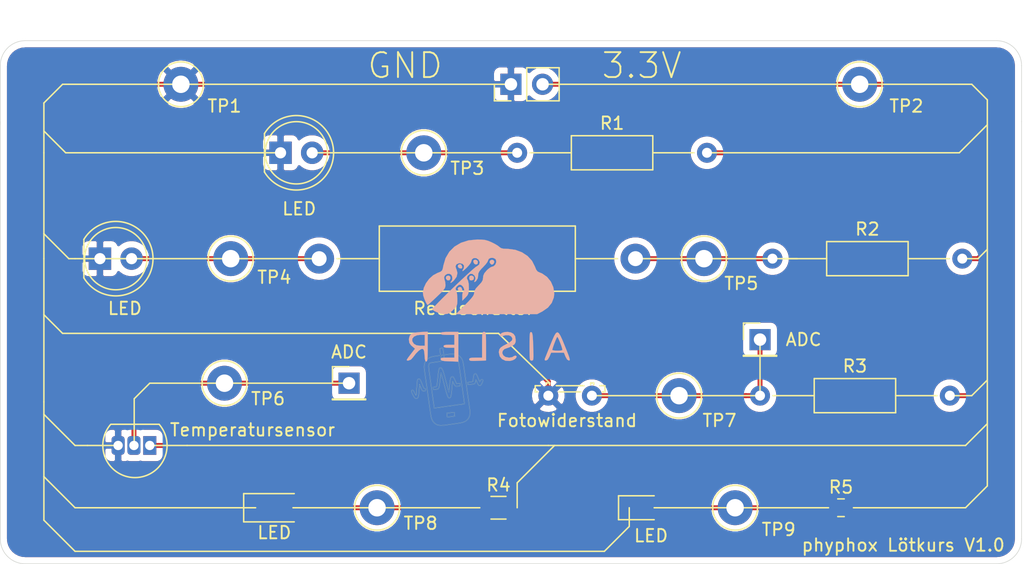
<source format=kicad_pcb>
(kicad_pcb (version 20211014) (generator pcbnew)
  (layers (0 "F.Cu" signal) (31 "B.Cu" signal) (34 "B.Paste" user) (35 "F.Paste" user) (36 "B.SilkS" user "B.Silkscreen") (37 "F.SilkS" user "F.Silkscreen") (38 "B.Mask" user) (39 "F.Mask" user) (44 "Edge.Cuts" user))
  (net 0 "")
  (net 1 "Net-(D1-Pad2)")
  (net 2 "GND")
  (net 3 "Net-(D2-Pad2)")
  (net 4 "Net-(D3-Pad2)")
  (net 5 "Net-(D4-Pad2)")
  (net 6 "Net-(J1-Pad1)")
  (net 7 "Net-(J2-Pad1)")
  (net 8 "+3V3")
  (net 9 "Net-(R2-Pad1)")
  (footprint "LED_SMD:LED_1206_3216Metric_Pad1.42x1.75mm_HandSolder" (layer "F.Cu") (at 121 65.5)
    (fp_text reference "D1" hide)
    (fp_text value "LED")
  )
  (footprint "LED_SMD:LED_0805_2012Metric_Pad1.15x1.40mm_HandSolder" (layer "F.Cu") (at 150.5 65.5)
    (fp_text reference "D2" hide)
    (fp_text value "LED")
  )
  (footprint "LED_THT:LED_D5.0mm" (layer "F.Cu") (at 121.5 37)
    (fp_text reference "D3" hide)
    (fp_text value "LED")
  )
  (footprint "LED_THT:LED_D5.0mm" (layer "F.Cu") (at 107 45.5)
    (fp_text reference "D4" hide)
    (fp_text value "LED")
  )
  (footprint "Connector_PinHeader_2.54mm:PinHeader_1x01_P2.54mm_Vertical" (layer "F.Cu") (at 160 52)
    (fp_text reference "J1" hide)
    (fp_text value "Conn_01x01_Male")
  )
  (footprint "Resistor_SMD:R_1206_3216Metric_Pad1.42x1.75mm_HandSolder" (layer "F.Cu") (at 139 65.5)
    (fp_text reference "R4")
    (fp_text value "R")
  )
  (footprint "Resistor_SMD:R_0805_2012Metric_Pad1.15x1.40mm_HandSolder" (layer "F.Cu") (at 166.5 65.5)
    (fp_text reference "R5")
    (fp_text value "R")
  )
  (footprint "Resistor_THT:R_Axial_DIN0207_L6.3mm_D2.5mm_P15.24mm_Horizontal" (layer "F.Cu") (at 161 45.5)
    (fp_text reference "R2")
    (fp_text value "R")
  )
  (footprint "Resistor_THT:R_Axial_DIN0207_L6.3mm_D2.5mm_P15.24mm_Horizontal" (layer "F.Cu") (at 140.5 37)
    (fp_text reference "R1")
    (fp_text value "R")
  )
  (footprint "Resistor_THT:R_Axial_DIN0207_L6.3mm_D2.5mm_P15.24mm_Horizontal" (layer "F.Cu") (at 160 56.5)
    (fp_text reference "R3")
    (fp_text value "R")
  )
  (footprint "LöthilfeV1:R_LDR_5.2x5.2mm_P3.5mm_Horizontal" (layer "F.Cu") (at 143 56.5)
    (fp_text reference "R6" hide)
    (fp_text value "R_PHOTO")
  )
  (footprint "Resistor_THT:R_Axial_DIN0516_L15.5mm_D5.0mm_P25.40mm_Horizontal" (layer "F.Cu") (at 150 45.5 180)
    (fp_text reference "SW1" hide)
    (fp_text value "SW_Reed")
  )
  (footprint "TestPoint:TestPoint_Loop_D3.50mm_Drill1.4mm_Beaded" (layer "F.Cu") (at 168 31.5 -90)
    (fp_text reference "TP2")
    (fp_text value "3.3V")
  )
  (footprint "TestPoint:TestPoint_Loop_D3.50mm_Drill1.4mm_Beaded" (layer "F.Cu") (at 155.5 45.5 180)
    (fp_text reference "TP5")
    (fp_text value "TestPoint")
  )
  (footprint "TestPoint:TestPoint_Loop_D3.50mm_Drill1.4mm_Beaded" (layer "F.Cu") (at 129.25 65.5)
    (fp_text reference "TP8")
    (fp_text value "TestPoint")
  )
  (footprint "TestPoint:TestPoint_Loop_D3.50mm_Drill1.4mm_Beaded" (layer "F.Cu") (at 158 65.5 180)
    (fp_text reference "TP9")
    (fp_text value "TestPoint")
  )
  (footprint "TestPoint:TestPoint_Loop_D3.50mm_Drill1.4mm_Beaded" (layer "F.Cu") (at 153.5 56.5)
    (fp_text reference "TP7")
    (fp_text value "TestPoint")
  )
  (footprint "TestPoint:TestPoint_Loop_D3.50mm_Drill1.4mm_Beaded" (layer "F.Cu") (at 133 37)
    (fp_text reference "TP3")
    (fp_text value "TestPoint")
  )
  (footprint "TestPoint:TestPoint_Loop_D3.50mm_Drill1.4mm_Beaded" (layer "F.Cu") (at 117.5 45.5)
    (fp_text reference "TP4")
    (fp_text value "TestPoint")
  )
  (footprint "TestPoint:TestPoint_Loop_D3.50mm_Drill1.4mm_Beaded" (layer "F.Cu") (at 113.5 31.5 90)
    (fp_text reference "TP1")
    (fp_text value "TestPoint")
  )
  (footprint "TestPoint:TestPoint_Loop_D3.50mm_Drill1.4mm_Beaded" (layer "F.Cu") (at 117 55.5)
    (fp_text reference "TP6")
    (fp_text value "TestPoint")
  )
  (footprint "Package_TO_SOT_THT:TO-92L_Inline" (layer "F.Cu") (at 111 60.5 180)
    (fp_text reference "U1" hide)
    (fp_text value "MCP9700AT-ELT")
  )
  (footprint "Connector_PinHeader_2.54mm:PinHeader_1x02_P2.54mm_Vertical" (layer "F.Cu") (at 140 31.5 90)
    (fp_text reference "J3" hide)
    (fp_text value "Conn_01x02_Male")
  )
  (footprint "Connector_PinHeader_2.54mm:PinHeader_1x01_P2.54mm_Vertical" (layer "F.Cu") (at 127 55.5)
    (fp_text reference "J2" hide)
    (fp_text value "Conn_01x01_Male")
  )
  (footprint "LöthilfeV1:aisler_15x12mm" (layer "B.Cu") (at 138 49 180)
    (fp_text reference "G***" hide)
    (fp_text value "LOGO" hide)
  )
  (gr_line (start 149.5 67) (end 149.5 65.5) (layer "F.SilkS") (width 0.12))
  (gr_line (start 176.5 60.5) (end 143 60.5) (layer "F.SilkS") (width 0.12))
  (gr_line (start 111 60.5) (end 114 60.5) (layer "F.SilkS") (width 0.12))
  (gr_line (start 102.5 43.5) (end 102.5 45.5) (layer "F.SilkS") (width 0.12))
  (gr_line (start 102.5 43.5) (end 102.5 37) (layer "F.SilkS") (width 0.12))
  (gr_line (start 178.25 63.75) (end 178 64) (layer "F.SilkS") (width 0.12))
  (gr_line (start 178.25 58.75) (end 176.5 60.5) (layer "F.SilkS") (width 0.12))
  (gr_line (start 178.25 32.75) (end 178.25 34.75) (layer "F.SilkS") (width 0.12))
  (gr_line (start 102.5 33) (end 102.5 37) (layer "F.SilkS") (width 0.12))
  (gr_curve (pts (xy 135.651314 57.27146) (xy 135.137482 57.343466) (xy 135.036374 57.357563) (xy 134.841314 57.384397)) (layer "F.SilkS") (width 0.006))
  (gr_curve (pts (xy 137.001035 55.126486) (xy 136.978598 55.414968) (xy 136.997962 55.391404) (xy 136.754939 55.425959)) (layer "F.SilkS") (width 0.006))
  (gr_line (start 104.5 31.5) (end 113.5 31.5) (layer "F.SilkS") (width 0.12))
  (gr_curve (pts (xy 137.283122 55.362513) (xy 137.383538 55.615006) (xy 137.428966 55.677988) (xy 137.504368 55.669254)) (layer "F.SilkS") (width 0.006))
  (gr_curve (pts (xy 135.043405 55.777169) (xy 135.06644 55.401712) (xy 135.117034 55.086147) (xy 135.164621 55.021119)) (layer "F.SilkS") (width 0.006))
  (gr_line (start 178 64) (end 176.5 65.5) (layer "F.SilkS") (width 0.12))
  (gr_line (start 104 31.5) (end 102.5 33) (layer "F.SilkS") (width 0.12))
  (gr_curve (pts (xy 135.471314 58.73419) (xy 135.545564 58.723174) (xy 135.684334 58.703656) (xy 135.779693 58.690818)) (layer "F.SilkS") (width 0.006))
  (gr_curve (pts (xy 135.207738 56.546455) (xy 135.171758 56.690887) (xy 135.072641 56.745437) (xy 134.972998 56.675644)) (layer "F.SilkS") (width 0.006))
  (gr_curve (pts (xy 135.475769 57.819324) (xy 135.483195 57.82675) (xy 135.494099 57.908055) (xy 135.5 58)) (layer "F.SilkS") (width 0.006))
  (gr_line (start 132.311664 56.73512) (end 132.311664 56.73512) (layer "F.SilkS") (width 0.006))
  (gr_curve (pts (xy 134.017653 53.288448) (xy 134.348964 53.248864) (xy 134.330939 53.258258) (xy 134.310704 53.135712)) (layer "F.SilkS") (width 0.006))
  (gr_line (start 177.5 45.5) (end 178.25 44.75) (layer "F.SilkS") (width 0.12))
  (gr_curve (pts (xy 134.529093 54.40212) (xy 134.607232 54.572796) (xy 134.663694 54.769708) (xy 134.901449 55.700714)) (layer "F.SilkS") (width 0.006))
  (gr_line (start 121.5 37) (end 111.5 37) (layer "F.SilkS") (width 0.12))
  (gr_line (start 134.609008 52.988927) (end 134.635397 53.203662) (layer "F.SilkS") (width 0.006))
  (gr_curve (pts (xy 133.434265 56.956119) (xy 133.444397 57.024182) (xy 133.473794 57.236807) (xy 133.499591 57.428619)) (layer "F.SilkS") (width 0.006))
  (gr_curve (pts (xy 136.224441 56.618619) (xy 136.287519 57.070977) (xy 136.297568 57.161115) (xy 136.28619 57.172493)) (layer "F.SilkS") (width 0.006))
  (gr_curve (pts (xy 133.271667 53.622336) (xy 133.094796 53.793809) (xy 133.028668 54.046529) (xy 133.073447 54.379869)) (layer "F.SilkS") (width 0.006))
  (gr_curve (pts (xy 132.917746 55.757994) (xy 132.720914 55.253173) (xy 132.680221 55.178619) (xy 132.601508 55.178619)) (layer "F.SilkS") (width 0.006))
  (gr_curve (pts (xy 135.730471 53.739418) (xy 135.668598 53.618137) (xy 135.632312 53.595763) (xy 135.521757 53.610723)) (layer "F.SilkS") (width 0.006))
  (gr_line (start 134.554219 53.221119) (end 134.554219 53.221119) (layer "F.SilkS") (width 0.006))
  (gr_curve (pts (xy 136.554967 55.514364) (xy 136.575458 55.600377) (xy 136.581307 55.605481) (xy 136.647811 55.595376)) (layer "F.SilkS") (width 0.006))
  (gr_curve (pts (xy 135.066314 53.625265) (xy 135.177689 53.611236) (xy 135.317406 53.590502) (xy 135.376796 53.579189)) (layer "F.SilkS") (width 0.006))
  (gr_curve (pts (xy 135.999482 55.021119) (xy 136.010721 55.101557) (xy 136.040764 55.319244) (xy 136.066243 55.504869)) (layer "F.SilkS") (width 0.006))
  (gr_line (start 143 60.5) (end 114 60.5) (layer "F.SilkS") (width 0.12))
  (gr_curve (pts (xy 136.224053 56.977917) (xy 136.212237 56.897866) (xy 136.181708 56.680494) (xy 136.15621 56.494869)) (layer "F.SilkS") (width 0.006))
  (gr_line (start 178.25 35) (end 178.25 34.75) (layer "F.SilkS") (width 0.12))
  (gr_curve (pts (xy 133.615379 53.828897) (xy 133.695643 53.818349) (xy 133.837251 53.797921) (xy 133.930064 53.783499)) (layer "F.SilkS") (width 0.006))
  (gr_curve (pts (xy 132.422688 55.687372) (xy 132.44327 55.319199) (xy 132.452575 55.253767) (xy 132.492287 55.197997)) (layer "F.SilkS") (width 0.006))
  (gr_curve (pts (xy 133.087976 55.898735) (xy 133.148442 55.909174) (xy 133.154367 55.918657) (xy 133.160594 56.014977)) (layer "F.SilkS") (width 0.006))
  (gr_curve (pts (xy 135.012755 56.051764) (xy 135.021184 56.038126) (xy 135.034976 55.914559) (xy 135.043405 55.777169)) (layer "F.SilkS") (width 0.006))
  (gr_line (start 134.635397 53.203662) (end 134.738355 53.189051) (layer "F.SilkS") (width 0.006))
  (gr_curve (pts (xy 136.450645 56.033619) (xy 136.439406 55.953182) (xy 136.409364 55.735494) (xy 136.383884 55.549869)) (layer "F.SilkS") (width 0.006))
  (gr_line (start 137.225461 55.358619) (end 137.19673 55.279869) (layer "F.SilkS") (width 0.006))
  (gr_line (start 105 60.5) (end 102.5 58) (layer "F.SilkS") (width 0.12))
  (gr_curve (pts (xy 135.291427 55.853619) (xy 135.274608 56.124938) (xy 135.238712 56.422112) (xy 135.207738 56.546455)) (layer "F.SilkS") (width 0.006))
  (gr_curve (pts (xy 133.896314 53.358379) (xy 133.571181 53.408226) (xy 133.431735 53.467152) (xy 133.271667 53.622336)) (layer "F.SilkS") (width 0.006))
  (gr_curve (pts (xy 134.310704 53.135712) (xy 134.233595 52.66873) (xy 134.227915 52.693263) (xy 134.41892 52.668318)) (layer "F.SilkS") (width 0.006))
  (gr_curve (pts (xy 132.181096 56.072995) (xy 132.200624 56.094651) (xy 132.25192 56.186147) (xy 132.295086 56.276318)) (layer "F.SilkS") (width 0.006))
  (gr_line (start 178.25 34.75) (end 176 37) (layer "F.SilkS") (width 0.12))
  (gr_line (start 135.098364 56.642028) (end 135.098364 56.642028) (layer "F.SilkS") (width 0.006))
  (gr_line (start 135.646434 55.516605) (end 135.795124 55.510737) (layer "F.SilkS") (width 0.006))
  (gr_line (start 139 51.5) (end 104 51.5) (layer "F.SilkS") (width 0.12))
  (gr_curve (pts (xy 137.663319 55.178619) (xy 137.792523 55.178619) (xy 137.808925 55.269944) (xy 137.717366 55.479556)) (layer "F.SilkS") (width 0.006))
  (gr_curve (pts (xy 133.742517 55.985946) (xy 133.73463 55.956479) (xy 133.72804 55.904718) (xy 133.727871 55.870923)) (layer "F.SilkS") (width 0.006))
  (gr_curve (pts (xy 134.331546 54.807369) (xy 134.342289 54.69279) (xy 134.35507 54.649869) (xy 134.378445 54.649869)) (layer "F.SilkS") (width 0.006))
  (gr_curve (pts (xy 133.321243 56.517369) (xy 133.295763 56.331744) (xy 133.265721 56.114057) (xy 133.254482 56.033619)) (layer "F.SilkS") (width 0.006))
  (gr_curve (pts (xy 134.498189 53.276919) (xy 134.439407 53.285669) (xy 134.389517 53.294522) (xy 134.387321 53.296592)) (layer "F.SilkS") (width 0.006))
  (gr_curve (pts (xy 134.372795 53.708388) (xy 134.385646 53.695537) (xy 134.343866 53.311391) (xy 134.328051 53.296984)) (layer "F.SilkS") (width 0.006))
  (gr_line (start 119.5 45.5) (end 124.75 45.5) (layer "F.SilkS") (width 0.12))
  (gr_curve (pts (xy 134.993189 57.915883) (xy 134.882901 57.928984) (xy 134.875064 57.933998) (xy 134.875064 57.991454)) (layer "F.SilkS") (width 0.006))
  (gr_curve (pts (xy 136.28619 57.172493) (xy 136.27929 57.179393) (xy 136.209558 57.193841) (xy 136.131229 57.204601)) (layer "F.SilkS") (width 0.006))
  (gr_curve (pts (xy 134.930125 58.238619) (xy 134.864782 58.238619) (xy 134.85722 58.231167) (xy 134.844506 58.154244)) (layer "F.SilkS") (width 0.006))
  (gr_line (start 135.795124 55.510737) (end 135.943814 55.504869) (layer "F.SilkS") (width 0.006))
  (gr_curve (pts (xy 134.762172 55.966119) (xy 134.774255 56.009432) (xy 134.805138 56.120807) (xy 134.830801 56.213619)) (layer "F.SilkS") (width 0.006))
  (gr_curve (pts (xy 134.032571 55.62795) (xy 134.047427 55.560256) (xy 134.07198 55.373244) (xy 134.087133 55.212369)) (layer "F.SilkS") (width 0.006))
  (gr_curve (pts (xy 133.636619 58.430552) (xy 133.579954 58.304801) (xy 133.548786 58.146848) (xy 133.478873 57.631119)) (layer "F.SilkS") (width 0.006))
  (gr_curve (pts (xy 136.404666 55.347369) (xy 136.415922 55.433994) (xy 136.435801 55.575744) (xy 136.448843 55.662369)) (layer "F.SilkS") (width 0.006))
  (gr_curve (pts (xy 133.119353 54.717369) (xy 133.131302 54.803994) (xy 133.152222 54.955869) (xy 133.165842 55.054869)) (layer "F.SilkS") (width 0.006))
  (gr_curve (pts (xy 134.382437 54.829869) (xy 134.381296 54.866994) (xy 134.370478 54.973307) (xy 134.358399 55.066119)) (layer "F.SilkS") (width 0.006))
  (gr_curve (pts (xy 136.090487 56.022369) (xy 136.079837 55.948119) (xy 136.054812 55.770932) (xy 136.034875 55.628619)) (layer "F.SilkS") (width 0.006))
  (gr_curve (pts (xy 133.748776 56.641119) (xy 133.759626 56.721557) (xy 133.784616 56.898744) (xy 133.804308 57.034869)) (layer "F.SilkS") (width 0.006))
  (gr_line (start 150 45.5) (end 163 45.5) (layer "F.SilkS") (width 0.12))
  (gr_line (start 134.050524 55.796185) (end 133.922018 55.821928) (layer "F.SilkS") (width 0.006))
  (gr_curve (pts (xy 134.087133 55.212369) (xy 134.16318 54.404994) (xy 134.193596 54.269894) (xy 134.305652 54.24177)) (layer "F.SilkS") (width 0.006))
  (gr_line (start 109.75 56.75) (end 111 55.5) (layer "F.SilkS") (width 0.12))
  (gr_curve (pts (xy 132.285007 56.65472) (xy 132.348361 56.718318) (xy 132.446046 56.72506) (xy 132.495418 56.669244)) (layer "F.SilkS") (width 0.006))
  (gr_curve (pts (xy 134.423272 53.741519) (xy 134.413953 53.756597) (xy 134.347262 53.776579) (xy 134.275071 53.785923)) (layer "F.SilkS") (width 0.006))
  (gr_curve (pts (xy 135.579296 53.559864) (xy 135.689839 53.56132) (xy 135.748172 53.619669) (xy 135.804269 53.784899)) (layer "F.SilkS") (width 0.006))
  (gr_curve (pts (xy 133.938906 56.02434) (xy 133.76047 56.039221) (xy 133.756571 56.038459) (xy 133.742517 55.985946)) (layer "F.SilkS") (width 0.006))
  (gr_curve (pts (xy 134.256314 57.4169) (xy 134.466689 57.385798) (xy 134.714751 57.350545) (xy 134.807564 57.33856)) (layer "F.SilkS") (width 0.006))
  (gr_line (start 142.5 31.5) (end 176 31.5) (layer "F.SilkS") (width 0.12))
  (gr_curve (pts (xy 134.116616 58.826741) (xy 134.263528 58.878363) (xy 134.540273 58.870684) (xy 135.010064 58.801953)) (layer "F.SilkS") (width 0.006))
  (gr_line (start 111 55.5) (end 117 55.5) (layer "F.SilkS") (width 0.12))
  (gr_curve (pts (xy 133.922018 55.821928) (xy 133.85134 55.836086) (xy 133.788306 55.852877) (xy 133.781943 55.85924)) (layer "F.SilkS") (width 0.006))
  (gr_curve (pts (xy 132.311664 56.73512) (xy 132.254138 56.704268) (xy 132.205809 56.639826) (xy 132.113468 56.470844)) (layer "F.SilkS") (width 0.006))
  (gr_curve (pts (xy 133.209967 55.369869) (xy 133.270874 55.794526) (xy 133.328253 56.19815) (xy 133.345905 56.326119)) (layer "F.SilkS") (width 0.006))
  (gr_line (start 135.5 58) (end 135.510728 58.167173) (layer "F.SilkS") (width 0.006))
  (gr_curve (pts (xy 135.954285 54.694869) (xy 135.967905 54.793869) (xy 135.988243 54.940682) (xy 135.999482 55.021119)) (layer "F.SilkS") (width 0.006))
  (gr_curve (pts (xy 134.36097 53.127877) (xy 134.383996 53.246522) (xy 134.385412 53.248174) (xy 134.452523 53.234752)) (layer "F.SilkS") (width 0.006))
  (gr_curve (pts (xy 137.518811 55.307204) (xy 137.555791 55.217587) (xy 137.599584 55.178619) (xy 137.663319 55.178619)) (layer "F.SilkS") (width 0.006))
  (gr_line (start 135.331475 55.421491) (end 135.318076 55.53068) (layer "F.SilkS") (width 0.006))
  (gr_curve (pts (xy 132.410748 56.462033) (xy 132.377939 56.51512) (xy 132.33404 56.470207) (xy 132.242739 56.290142)) (layer "F.SilkS") (width 0.006))
  (gr_curve (pts (xy 134.132095 55.257369) (xy 134.116963 55.418244) (xy 134.092419 55.60529) (xy 134.077553 55.673027)) (layer "F.SilkS") (width 0.006))
  (gr_curve (pts (xy 137.182145 55.369869) (xy 137.16014 55.505659) (xy 137.115601 55.570027) (xy 137.030899 55.588452)) (layer "F.SilkS") (width 0.006))
  (gr_curve (pts (xy 133.80823 57.425913) (xy 133.801099 57.371714) (xy 133.775292 57.185619) (xy 133.750882 57.012369)) (layer "F.SilkS") (width 0.006))
  (gr_line (start 135.395487 55.55318) (end 135.331475 55.421491) (layer "F.SilkS") (width 0.006))
  (gr_line (start 137.19673 55.279869) (end 137.182145 55.369869) (layer "F.SilkS") (width 0.006))
  (gr_line (start 136.720064 55.381689) (end 136.933814 55.346896) (layer "F.SilkS") (width 0.006))
  (gr_curve (pts (xy 137.494025 55.718619) (xy 137.440976 55.718619) (xy 137.407432 55.701588) (xy 137.372153 55.656744)) (layer "F.SilkS") (width 0.006))
  (gr_curve (pts (xy 133.499591 57.428619) (xy 133.570235 57.953888) (xy 133.612757 58.218791) (xy 133.640445 58.306119)) (layer "F.SilkS") (width 0.006))
  (gr_line (start 134.830311 57.977107) (end 134.830064 57.884345) (layer "F.SilkS") (width 0.006))
  (gr_curve (pts (xy 133.640445 58.306119) (xy 133.71787 58.550311) (xy 133.901595 58.751187) (xy 134.116616 58.826741)) (layer "F.SilkS") (width 0.006))
  (gr_curve (pts (xy 134.328051 53.296984) (xy 134.324045 53.293334) (xy 134.276178 53.300141) (xy 133.896314 53.358379)) (layer "F.SilkS") (width 0.006))
  (gr_line (start 136.510919 55.514781) (end 136.506314 55.416483) (layer "F.SilkS") (width 0.006))
  (gr_curve (pts (xy 134.638936 55.68886) (xy 134.523653 55.23536) (xy 134.461202 55.003431) (xy 134.416723 54.863619)) (layer "F.SilkS") (width 0.006))
  (gr_curve (pts (xy 135.521757 53.610723) (xy 135.469263 53.617827) (xy 135.274439 53.644407) (xy 135.088814 53.66979)) (layer "F.SilkS") (width 0.006))
  (gr_curve (pts (xy 134.830801 56.213619) (xy 134.896556 56.451426) (xy 134.964474 56.615901) (xy 135.007233 56.640881)) (layer "F.SilkS") (width 0.006))
  (gr_line (start 137.648531 55.493619) (end 137.648531 55.493619) (layer "F.SilkS") (width 0.006))
  (gr_curve (pts (xy 137.504368 55.669254) (xy 137.553448 55.66357) (xy 137.578587 55.632943) (xy 137.648531 55.493619)) (layer "F.SilkS") (width 0.006))
  (gr_curve (pts (xy 135.71395 55.771166) (xy 135.589968 55.783668) (xy 135.56758 55.77957) (xy 135.516792 55.73507)) (layer "F.SilkS") (width 0.006))
  (gr_curve (pts (xy 132.242739 56.290142) (xy 132.188782 56.18373) (xy 132.130448 56.09122) (xy 132.113105 56.084565)) (layer "F.SilkS") (width 0.006))
  (gr_line (start 176 37) (end 155.75 37) (layer "F.SilkS") (width 0.12))
  (gr_curve (pts (xy 135.804269 53.784899) (xy 135.839574 53.888887) (xy 135.862728 54.029336) (xy 135.954285 54.694869)) (layer "F.SilkS") (width 0.006))
  (gr_curve (pts (xy 134.738355 53.189051) (xy 134.794982 53.181015) (xy 134.922314 53.162549) (xy 135.021314 53.148015)) (layer "F.SilkS") (width 0.006))
  (gr_line (start 105 69) (end 147.5 69) (layer "F.SilkS") (width 0.12))
  (gr_line (start 134.677344 53.514372) (end 134.704624 53.673459) (layer "F.SilkS") (width 0.006))
  (gr_curve (pts (xy 134.333322 52.739333) (xy 134.295987 52.749698) (xy 134.300856 52.818131) (xy 134.36097 53.127877)) (layer "F.SilkS") (width 0.006))
  (gr_line (start 135.562166 55.315652) (end 135.646434 55.516605) (layer "F.SilkS") (width 0.006))
  (gr_curve (pts (xy 134.853396 55.713515) (xy 134.699893 55.108133) (xy 134.573254 54.652264) (xy 134.516758 54.5017)) (layer "F.SilkS") (width 0.006))
  (gr_curve (pts (xy 135.453138 57.998014) (xy 135.446091 57.929741) (xy 135.437017 57.870572) (xy 135.432972 57.866527)) (layer "F.SilkS") (width 0.006))
  (gr_curve (pts (xy 134.936939 57.871953) (xy 134.99572 57.865138) (xy 135.137965 57.84747) (xy 135.25304 57.832692)) (layer "F.SilkS") (width 0.006))
  (gr_line (start 135.010064 58.801953) (end 135.010064 58.801953) (layer "F.SilkS") (width 0.006))
  (gr_curve (pts (xy 135.950675 55.611831) (xy 135.958705 55.737009) (xy 135.942145 55.748155) (xy 135.71395 55.771166)) (layer "F.SilkS") (width 0.006))
  (gr_curve (pts (xy 134.844505 58.154244) (xy 134.836835 58.107838) (xy 134.830447 58.028126) (xy 134.830311 57.977107)) (layer "F.SilkS") (width 0.006))
  (gr_curve (pts (xy 135.685063 58.754928) (xy 135.579876 58.769128) (xy 135.433063 58.790008) (xy 135.358813 58.801327)) (layer "F.SilkS") (width 0.006))
  (gr_curve (pts (xy 134.516758 54.5017) (xy 134.458885 54.347464) (xy 134.373305 54.257844) (xy 134.317178 54.292698)) (layer "F.SilkS") (width 0.006))
  (gr_curve (pts (xy 135.516792 55.73507) (xy 135.485281 55.707459) (xy 135.430693 55.625609) (xy 135.395487 55.55318)) (layer "F.SilkS") (width 0.006))
  (gr_curve (pts (xy 134.411772 53.507229) (xy 134.427416 53.62101) (xy 134.432591 53.72644) (xy 134.423272 53.741519)) (layer "F.SilkS") (width 0.006))
  (gr_curve (pts (xy 135.779693 58.690818) (xy 136.002177 58.660865) (xy 136.050722 58.649604) (xy 136.210737 58.590827)) (layer "F.SilkS") (width 0.006))
  (gr_curve (pts (xy 132.997869 56.150391) (xy 132.869635 56.155212) (xy 132.825311 56.095316) (xy 132.70333 55.752369)) (layer "F.SilkS") (width 0.006))
  (gr_curve (pts (xy 133.804308 57.034869) (xy 133.824 57.170994) (xy 133.845784 57.3254) (xy 133.852716 57.377994)) (layer "F.SilkS") (width 0.006))
  (gr_curve (pts (xy 136.754939 55.425959) (xy 136.542015 55.456235) (xy 136.541205 55.456593) (xy 136.554967 55.514364)) (layer "F.SilkS") (width 0.006))
  (gr_line (start 104.5 45.5) (end 102.5 43.5) (layer "F.SilkS") (width 0.12))
  (gr_curve (pts (xy 136.066243 55.504869) (xy 136.091722 55.690494) (xy 136.122773 55.908182) (xy 136.135244 55.988619)) (layer "F.SilkS") (width 0.006))
  (gr_curve (pts (xy 135.201314 53.174205) (xy 135.127064 53.185162) (xy 134.972657 53.20673) (xy 134.858189 53.222135)) (layer "F.SilkS") (width 0.006))
  (gr_line (start 117 55.5) (end 127 55.5) (layer "F.SilkS") (width 0.12))
  (gr_curve (pts (xy 135.268465 57.880512) (xy 135.182032 57.892248) (xy 135.058158 57.908165) (xy 134.993189 57.915883)) (layer "F.SilkS") (width 0.006))
  (gr_curve (pts (xy 136.664595 57.181119) (xy 136.763477 57.865778) (xy 136.763114 58.044512) (xy 136.662435 58.246392)) (layer "F.SilkS") (width 0.006))
  (gr_curve (pts (xy 135.318076 55.53068) (xy 135.310706 55.590734) (xy 135.298714 55.736057) (xy 135.291427 55.853619)) (layer "F.SilkS") (width 0.006))
  (gr_curve (pts (xy 136.180984 56.303619) (xy 136.193669 56.396432) (xy 136.213225 56.538182) (xy 136.224441 56.618619)) (layer "F.SilkS") (width 0.006))
  (gr_curve (pts (xy 136.226704 54.433449) (xy 136.138479 53.754846) (xy 136.092842 53.5962) (xy 135.934985 53.41935)) (layer "F.SilkS") (width 0.006))
  (gr_curve (pts (xy 135.019158 56.228619) (xy 134.981894 56.228619) (xy 134.991864 56.259599) (xy 134.853396 55.713515)) (layer "F.SilkS") (width 0.006))
  (gr_curve (pts (xy 135.021313 58.847194) (xy 134.909938 58.861101) (xy 134.770221 58.881736) (xy 134.710831 58.893049)) (layer "F.SilkS") (width 0.006))
  (gr_line (start 139 51.5) (end 143.1 55.48) (layer "F.SilkS") (width 0.12))
  (gr_curve (pts (xy 133.254482 56.033619) (xy 133.243243 55.953182) (xy 133.223669 55.811432) (xy 133.210983 55.718619)) (layer "F.SilkS") (width 0.006))
  (gr_curve (pts (xy 133.750882 57.012369) (xy 133.726472 56.839119) (xy 133.690189 56.580932) (xy 133.670252 56.438619)) (layer "F.SilkS") (width 0.006))
  (gr_curve (pts (xy 133.930064 53.783499) (xy 134.022876 53.769078) (xy 134.156839 53.749899) (xy 134.227758 53.740879)) (layer "F.SilkS") (width 0.006))
  (gr_curve (pts (xy 133.938598 55.976457) (xy 134.014342 55.967709) (xy 134.098486 55.952161) (xy 134.125585 55.941907)) (layer "F.SilkS") (width 0.006))
  (gr_line (start 102.5 57) (end 102.5 63) (layer "F.SilkS") (width 0.12))
  (gr_line (start 133.821196 57.524457) (end 133.80823 57.425913) (layer "F.SilkS") (width 0.006))
  (gr_line (start 111.5 37) (end 104.25 37) (layer "F.SilkS") (width 0.12))
  (gr_curve (pts (xy 135.422314 55.0329) (xy 135.452885 55.07789) (xy 135.515819 55.205128) (xy 135.562166 55.315652)) (layer "F.SilkS") (width 0.006))
  (gr_line (start 135.333632 58.13673) (end 135.465949 58.122146) (layer "F.SilkS") (width 0.006))
  (gr_line (start 176.25 45.5) (end 177.5 45.5) (layer "F.SilkS") (width 0.12))
  (gr_line (start 132.666901 55.639869) (end 132.669152 55.594869) (layer "F.SilkS") (width 0.006))
  (gr_line (start 151.5 65.5) (end 165.5 65.5) (layer "F.SilkS") (width 0.12))
  (gr_curve (pts (xy 134.317178 54.292698) (xy 134.230306 54.346641) (xy 134.205689 54.474951) (xy 134.132095 55.257369)) (layer "F.SilkS") (width 0.006))
  (gr_curve (pts (xy 133.616584 55.690494) (xy 133.629795 55.7864) (xy 133.649361 55.925619) (xy 133.660063 55.999869)) (layer "F.SilkS") (width 0.006))
  (gr_curve (pts (xy 135.954493 55.054869) (xy 135.798411 53.940861) (xy 135.780959 53.838383) (xy 135.730471 53.739418)) (layer "F.SilkS") (width 0.006))
  (gr_line (start 104 51.5) (end 102.5 50) (layer "F.SilkS") (width 0.12))
  (gr_curve (pts (xy 133.572297 55.741119) (xy 133.530287 55.436955) (xy 133.502626 55.239516) (xy 133.457242 54.919869)) (layer "F.SilkS") (width 0.006))
  (gr_curve (pts (xy 134.858189 53.222135) (xy 134.619238 53.254293) (xy 134.629815 53.237202) (xy 134.677344 53.514372)) (layer "F.SilkS") (width 0.006))
  (gr_curve (pts (xy 132.74165 55.217994) (xy 132.790451 55.29277) (xy 132.824918 55.373816) (xy 132.983256 55.786119)) (layer "F.SilkS") (width 0.006))
  (gr_curve (pts (xy 134.972998 56.675644) (xy 134.894432 56.620614) (xy 134.819613 56.399608) (xy 134.638936 55.68886)) (layer "F.SilkS") (width 0.006))
  (gr_curve (pts (xy 135.280064 55.371851) (xy 135.280064 55.309417) (xy 135.348234 55.312432) (xy 135.372133 55.375924)) (layer "F.SilkS") (width 0.006))
  (gr_curve (pts (xy 136.271278 54.391119) (xy 136.309508 54.675169) (xy 136.339574 54.89046) (xy 136.362402 55.043619)) (layer "F.SilkS") (width 0.006))
  (gr_curve (pts (xy 132.601508 55.178619) (xy 132.513544 55.178619) (xy 132.492012 55.282636) (xy 132.457224 55.87563)) (layer "F.SilkS") (width 0.006))
  (gr_line (start 176.5 65.5) (end 167.5 65.5) (layer "F.SilkS") (width 0.12))
  (gr_line (start 122.5 65.5) (end 137.5 65.5) (layer "F.SilkS") (width 0.12))
  (gr_line (start 102.5 63) (end 105 65.5) (layer "F.SilkS") (width 0.12))
  (gr_curve (pts (xy 136.606431 56.776119) (xy 136.619655 56.868932) (xy 136.645829 57.051182) (xy 136.664595 57.181119)) (layer "F.SilkS") (width 0.006))
  (gr_curve (pts (xy 135.934985 53.41935) (xy 135.762748 53.22639) (xy 135.482424 53.132724) (xy 135.201314 53.174205)) (layer "F.SilkS") (width 0.006))
  (gr_curve (pts (xy 135.545074 55.401111) (xy 135.396492 55.061233) (xy 135.363062 55.009869) (xy 135.290441 55.009869)) (layer "F.SilkS") (width 0.006))
  (gr_curve (pts (xy 133.917186 55.768479) (xy 134.002416 55.751652) (xy 134.00652 55.746653) (xy 134.032571 55.62795)) (layer "F.SilkS") (width 0.006))
  (gr_curve (pts (xy 133.781943 55.85924) (xy 133.77558 55.865603) (xy 133.777238 55.898159) (xy 133.785628 55.931586)) (layer "F.SilkS") (width 0.006))
  (gr_curve (pts (xy 133.026627 54.413619) (xy 132.998542 54.209548) (xy 133.015528 53.959067) (xy 133.065624 53.83855)) (layer "F.SilkS") (width 0.006))
  (gr_curve (pts (xy 132.113105 56.084565) (xy 132.095763 56.07791) (xy 132.06503 56.089009) (xy 132.04481 56.10923)) (layer "F.SilkS") (width 0.006))
  (gr_curve (pts (xy 134.710831 58.893049) (xy 134.532643 58.926993) (xy 134.202422 58.914518) (xy 134.083839 58.869363)) (layer "F.SilkS") (width 0.006))
  (gr_line (start 134.844506 58.154244) (end 134.844506 58.154244) (layer "F.SilkS") (width 0.006))
  (gr_curve (pts (xy 133.670252 56.438619) (xy 133.650315 56.296307) (xy 133.625364 56.119119) (xy 133.614804 56.044869)) (layer "F.SilkS") (width 0.006))
  (gr_curve (pts (xy 132.669152 55.594869) (xy 132.670389 55.570119) (xy 132.712971 55.656182) (xy 132.763776 55.786119)) (layer "F.SilkS") (width 0.006))
  (gr_curve (pts (xy 134.378445 54.649869) (xy 134.396117 54.649869) (xy 134.418148 54.675182) (xy 134.427404 54.706119)) (layer "F.SilkS") (width 0.006))
  (gr_curve (pts (xy 135.761376 57.203705) (xy 135.933286 57.178908) (xy 136.100349 57.158464) (xy 136.132626 57.158275)) (layer "F.SilkS") (width 0.006))
  (gr_curve (pts (xy 136.539967 56.674869) (xy 136.529318 56.600619) (xy 136.509461 56.458869) (xy 136.495842 56.359869)) (layer "F.SilkS") (width 0.006))
  (gr_line (start 135.943814 55.504869) (end 135.950675 55.611831) (layer "F.SilkS") (width 0.006))
  (gr_curve (pts (xy 135.021314 53.148015) (xy 135.278545 53.110252) (xy 135.49464 53.116092) (xy 135.651314 53.16504)) (layer "F.SilkS") (width 0.006))
  (gr_curve (pts (xy 132.55521 56.506119) (xy 132.582126 56.372685) (xy 132.624073 55.886414) (xy 132.626645 55.678019)) (layer "F.SilkS") (width 0.006))
  (gr_line (start 178.25 35) (end 178.25 63.75) (layer "F.SilkS") (width 0.12))
  (gr_curve (pts (xy 133.073447 54.379869) (xy 133.086746 54.478869) (xy 133.107404 54.630744) (xy 133.119353 54.717369)) (layer "F.SilkS") (width 0.006))
  (gr_curve (pts (xy 137.665366 55.234869) (xy 137.622644 55.234869) (xy 137.598709 55.256145) (xy 137.564116 55.324869)) (layer "F.SilkS") (width 0.006))
  (gr_curve (pts (xy 135.651314 53.16504) (xy 135.76197 53.199612) (xy 135.812686 53.233829) (xy 135.932564 53.354793)) (layer "F.SilkS") (width 0.006))
  (gr_curve (pts (xy 137.564116 55.324869) (xy 137.5392 55.374369) (xy 137.507462 55.416966) (xy 137.493589 55.419528)) (layer "F.SilkS") (width 0.006))
  (gr_curve (pts (xy 137.396921 55.095803) (xy 137.485868 55.333801) (xy 137.498672 55.356008) (xy 137.518811 55.307204)) (layer "F.SilkS") (width 0.006))
  (gr_curve (pts (xy 134.526314 57.428619) (xy 134.315831 57.458959) (xy 134.041648 57.496707) (xy 133.926255 57.511232)) (layer "F.SilkS") (width 0.006))
  (gr_line (start 132.495418 56.669244) (end 132.495418 56.669244) (layer "F.SilkS") (width 0.006))
  (gr_line (start 135.617749 55.567352) (end 135.545074 55.401111) (layer "F.SilkS") (width 0.006))
  (gr_curve (pts (xy 133.160594 56.014977) (xy 133.168143 56.131727) (xy 133.152709 56.144571) (xy 132.997869 56.150391)) (layer "F.SilkS") (width 0.006))
  (gr_curve (pts (xy 134.841314 57.384397) (xy 134.742314 57.398017) (xy 134.600564 57.417917) (xy 134.526314 57.428619)) (layer "F.SilkS") (width 0.006))
  (gr_curve (pts (xy 134.889126 58.123307) (xy 134.904795 58.201653) (xy 134.922535 58.205924) (xy 135.093331 58.172467)) (layer "F.SilkS") (width 0.006))
  (gr_curve (pts (xy 135.210852 56.202369) (xy 135.234297 55.98248) (xy 135.280064 55.433298) (xy 135.280064 55.371851)) (layer "F.SilkS") (width 0.006))
  (gr_curve (pts (xy 135.372133 55.375924) (xy 135.417845 55.497366) (xy 135.510059 55.672255) (xy 135.542633 55.699289)) (layer "F.SilkS") (width 0.006))
  (gr_curve (pts (xy 135.432972 57.866527) (xy 135.428927 57.862482) (xy 135.354899 57.868775) (xy 135.268465 57.880512)) (layer "F.SilkS") (width 0.006))
  (gr_curve (pts (xy 133.727871 55.870923) (xy 133.727549 55.806434) (xy 133.729045 55.805624) (xy 133.917186 55.768479)) (layer "F.SilkS") (width 0.006))
  (gr_line (start 108.5 60.5) (end 106 60.5) (layer "F.SilkS") (width 0.12))
  (gr_curve (pts (xy 132.005612 56.071285) (xy 132.054493 56.022404) (xy 132.136193 56.0232) (xy 132.181096 56.072995)) (layer "F.SilkS") (width 0.006))
  (gr_curve (pts (xy 132.612356 55.133619) (xy 132.673341 55.133619) (xy 132.696408 55.148673) (xy 132.74165 55.217994)) (layer "F.SilkS") (width 0.006))
  (gr_line (start 136.933814 55.346896) (end 136.948443 55.155377) (layer "F.SilkS") (width 0.006))
  (gr_curve (pts (xy 133.430987 53.895566) (xy 133.458879 53.861121) (xy 133.509536 53.842805) (xy 133.615379 53.828897)) (layer "F.SilkS") (width 0.006))
  (gr_curve (pts (xy 132.492287 55.197997) (xy 132.526867 55.149433) (xy 132.556361 55.133619) (xy 132.612356 55.133619)) (layer "F.SilkS") (width 0.006))
  (gr_curve (pts (xy 137.203012 54.795454) (xy 137.186253 54.781545) (xy 137.14921 54.773473) (xy 137.120696 54.777517)) (layer "F.SilkS") (width 0.006))
  (gr_curve (pts (xy 133.120063 56.008712) (xy 133.120063 55.95195) (xy 133.111749 55.943619) (xy 133.055092 55.943619)) (layer "F.SilkS") (width 0.006))
  (gr_line (start 177 56.5) (end 178.25 55.25) (layer "F.SilkS") (width 0.12))
  (gr_curve (pts (xy 134.901449 55.700714) (xy 134.954239 55.907429) (xy 135.004327 56.065402) (xy 135.012755 56.051764)) (layer "F.SilkS") (width 0.006))
  (gr_curve (pts (xy 136.034875 55.628619) (xy 136.014938 55.486307) (xy 135.978766 55.228119) (xy 135.954493 55.054869)) (layer "F.SilkS") (width 0.006))
  (gr_curve (pts (xy 137.120696 54.777517) (xy 137.05456 54.786896) (xy 137.019492 54.889164) (xy 137.001035 55.126486)) (layer "F.SilkS") (width 0.006))
  (gr_curve (pts (xy 135.542633 55.699289) (xy 135.575529 55.72659) (xy 135.728798 55.729541) (xy 135.848189 55.705173)) (layer "F.SilkS") (width 0.006))
  (gr_line (start 160 56.5) (end 160 52) (layer "F.SilkS") (width 0.12))
  (gr_line (start 102.5 45.5) (end 102.5 57) (layer "F.SilkS") (width 0.12))
  (gr_curve (pts (xy 132.648658 56.101119) (xy 132.635255 56.292932) (xy 132.612413 56.498007) (xy 132.597898 56.556842)) (layer "F.SilkS") (width 0.006))
  (gr_curve (pts (xy 136.561023 56.472369) (xy 136.572773 56.546619) (xy 136.593207 56.683307) (xy 136.606431 56.776119)) (layer "F.SilkS") (width 0.006))
  (gr_curve (pts (xy 136.362402 55.043619) (xy 136.374391 55.124057) (xy 136.39341 55.260744) (xy 136.404666 55.347369)) (layer "F.SilkS") (width 0.006))
  (gr_curve (pts (xy 133.210983 55.718619) (xy 133.198298 55.625807) (xy 133.177715 55.484057) (xy 133.165244 55.403619)) (layer "F.SilkS") (width 0.006))
  (gr_line (start 133.926255 57.511232) (end 133.821196 57.524457) (layer "F.SilkS") (width 0.006))
  (gr_curve (pts (xy 137.648531 55.493619) (xy 137.745163 55.301133) (xy 137.749475 55.234869) (xy 137.665366 55.234869)) (layer "F.SilkS") (width 0.006))
  (gr_curve (pts (xy 134.305652 54.24177) (xy 134.398018 54.218587) (xy 134.468092 54.268875) (xy 134.529093 54.40212)) (layer "F.SilkS") (width 0.006))
  (gr_curve (pts (xy 133.065624 53.83855) (xy 133.200337 53.514474) (xy 133.480422 53.352635) (xy 134.017653 53.288448)) (layer "F.SilkS") (width 0.006))
  (gr_curve (pts (xy 133.478873 57.631119) (xy 133.427296 57.250641) (xy 133.411277 57.136778) (xy 133.390244 57.001119)) (layer "F.SilkS") (width 0.006))
  (gr_curve (pts (xy 136.210737 58.590827) (xy 136.566711 58.46007) (xy 136.739788 58.113186) (xy 136.678355 57.653619)) (layer "F.SilkS") (width 0.006))
  (gr_curve (pts (xy 133.390244 57.001119) (xy 133.377773 56.920682) (xy 133.346722 56.702994) (xy 133.321243 56.517369)) (layer "F.SilkS") (width 0.006))
  (gr_curve (pts (xy 132.457224 55.87563) (xy 132.439 56.186279) (xy 132.418086 56.450161) (xy 132.410748 56.462033)) (layer "F.SilkS") (width 0.006))
  (gr_curve (pts (xy 133.457242 54.919869) (xy 133.351748 54.176855) (xy 133.34719 53.99905) (xy 133.430987 53.895566)) (layer "F.SilkS") (width 0.006))
  (gr_curve (pts (xy 135.376796 53.579189) (xy 135.436186 53.567875) (xy 135.527311 53.559179) (xy 135.579296 53.559864)) (layer "F.SilkS") (width 0.006))
  (gr_curve (pts (xy 137.19206 55.201934) (xy 137.201868 55.186065) (xy 137.238965 55.251483) (xy 137.283122 55.362513)) (layer "F.SilkS") (width 0.006))
  (gr_line (start 176 31.5) (end 177 31.5) (layer "F.SilkS") (width 0.12))
  (gr_line (start 134.605064 53.26101) (end 134.498189 53.276919) (layer "F.SilkS") (width 0.006))
  (gr_curve (pts (xy 132.38625 56.276318) (xy 132.393224 56.186147) (xy 132.409621 55.921121) (xy 132.422688 55.687372)) (layer "F.SilkS") (width 0.006))
  (gr_curve (pts (xy 134.358399 55.066119) (xy 134.34632 55.158932) (xy 134.324766 55.341182) (xy 134.310501 55.471119)) (layer "F.SilkS") (width 0.006))
  (gr_curve (pts (xy 137.068596 54.737943) (xy 137.187942 54.659744) (xy 137.265578 54.744364) (xy 137.396921 55.095803)) (layer "F.SilkS") (width 0.006))
  (gr_curve (pts (xy 137.030899 55.588452) (xy 136.856148 55.626466) (xy 136.556554 55.654109) (xy 136.536514 55.634069)) (layer "F.SilkS") (width 0.006))
  (gr_curve (pts (xy 137.493589 55.419528) (xy 137.479715 55.42209) (xy 137.415515 55.288411) (xy 137.350924 55.122465)) (layer "F.SilkS") (width 0.006))
  (gr_line (start 135.510728 58.167173) (end 135.378521 58.182009) (layer "F.SilkS") (width 0.006))
  (gr_curve (pts (xy 134.310501 55.471119) (xy 134.277056 55.775762) (xy 134.232534 55.936049) (xy 134.169974 55.97704)) (layer "F.SilkS") (width 0.006))
  (gr_curve (pts (xy 133.055092 55.943619) (xy 132.994563 55.943619) (xy 132.985174 55.930929) (xy 132.917746 55.757994)) (layer "F.SilkS") (width 0.006))
  (gr_curve (pts (xy 137.717366 55.479556) (xy 137.637229 55.663019) (xy 137.585285 55.718619) (xy 137.494025 55.718619)) (layer "F.SilkS") (width 0.006))
  (gr_curve (pts (xy 136.678355 57.653619) (xy 136.658889 57.508002) (xy 136.619149 57.22694) (xy 136.539967 56.674869)) (layer "F.SilkS") (width 0.006))
  (gr_curve (pts (xy 136.448843 55.662369) (xy 136.461884 55.748994) (xy 136.487653 55.936307) (xy 136.506106 56.078619)) (layer "F.SilkS") (width 0.006))
  (gr_curve (pts (xy 136.495842 56.359869) (xy 136.482222 56.260869) (xy 136.461884 56.114057) (xy 136.450645 56.033619)) (layer "F.SilkS") (width 0.006))
  (gr_curve (pts (xy 135.932564 53.354793) (xy 136.140005 53.564115) (xy 136.173949 53.667969) (xy 136.271278 54.391119)) (layer "F.SilkS") (width 0.006))
  (gr_curve (pts (xy 134.169974 55.97704) (xy 134.143014 55.994705) (xy 134.039033 56.01599) (xy 133.938906 56.02434)) (layer "F.SilkS") (width 0.006))
  (gr_curve (pts (xy 136.948443 55.155377) (xy 136.967958 54.899895) (xy 137.002017 54.781567) (xy 137.068596 54.737943)) (layer "F.SilkS") (width 0.006))
  (gr_line (start 135.093331 58.172467) (end 135.093331 58.172467) (layer "F.SilkS") (width 0.006))
  (gr_curve (pts (xy 133.660063 55.999869) (xy 133.680723 56.143198) (xy 133.71627 56.400146) (xy 133.748776 56.641119)) (layer "F.SilkS") (width 0.006))
  (gr_line (start 135.751121 55.555259) (end 135.617749 55.567352) (layer "F.SilkS") (width 0.006))
  (gr_curve (pts (xy 135.25304 57.832692) (xy 135.368114 57.817913) (xy 135.468342 57.811897) (xy 135.475769 57.819324)) (layer "F.SilkS") (width 0.006))
  (gr_curve (pts (xy 132.113468 56.470844) (xy 131.973805 56.215261) (xy 131.949962 56.126935) (xy 132.005612 56.071285)) (layer "F.SilkS") (width 0.006))
  (gr_curve (pts (xy 133.651473 53.874081) (xy 133.376092 53.912406) (xy 133.369958 53.953562) (xy 133.502324 54.874869)) (layer "F.SilkS") (width 0.006))
  (gr_curve (pts (xy 135.100324 55.696119) (xy 135.063801 56.158956) (xy 135.053182 56.228619) (xy 135.019158 56.228619)) (layer "F.SilkS") (width 0.006))
  (gr_curve (pts (xy 135.164621 55.021119) (xy 135.192618 54.98286) (xy 135.231522 54.962668) (xy 135.286257 54.957985)) (layer "F.SilkS") (width 0.006))
  (gr_curve (pts (xy 134.452523 53.234752) (xy 134.490014 53.227254) (xy 134.535777 53.221119) (xy 134.554219 53.221119)) (layer "F.SilkS") (width 0.006))
  (gr_curve (pts (xy 136.662435 58.246392) (xy 136.508377 58.555304) (xy 136.278755 58.674779) (xy 135.685063 58.754928)) (layer "F.SilkS") (width 0.006))
  (gr_line (start 134.256314 57.4169) (end 134.256314 57.4169) (layer "F.SilkS") (width 0.006))
  (gr_curve (pts (xy 136.536514 55.634069) (xy 136.524969 55.622525) (xy 136.513452 55.568845) (xy 136.510919 55.514781)) (layer "F.SilkS") (width 0.006))
  (gr_line (start 177 31.5) (end 178.25 32.75) (layer "F.SilkS") (width 0.12))
  (gr_line (start 134.830064 57.884345) (end 134.936939 57.871953) (layer "F.SilkS") (width 0.006))
  (gr_curve (pts (xy 136.314883 55.066119) (xy 136.290161 54.906668) (xy 136.261378 54.700154) (xy 136.226704 54.433449)) (layer "F.SilkS") (width 0.006))
  (gr_line (start 134.704624 53.673459) (end 134.784219 53.662116) (layer "F.SilkS") (width 0.006))
  (gr_line (start 134.077553 55.673027) (end 134.050524 55.796185) (layer "F.SilkS") (width 0.006))
  (gr_curve (pts (xy 137.164577 55.19804) (xy 137.172726 55.220899) (xy 137.179726 55.221891) (xy 137.19206 55.201934)) (layer "F.SilkS") (width 0.006))
  (gr_line (start 136.506314 55.416483) (end 136.720064 55.381689) (layer "F.SilkS") (width 0.006))
  (gr_curve (pts (xy 135.286257 54.957985) (xy 135.356993 54.951934) (xy 135.373456 54.960999) (xy 135.422314 55.0329)) (layer "F.SilkS") (width 0.006))
  (gr_curve (pts (xy 133.869567 57.473535) (xy 133.871903 57.47349) (xy 134.045939 57.448003) (xy 134.256314 57.4169)) (layer "F.SilkS") (width 0.006))
  (gr_curve (pts (xy 132.495418 56.669244) (xy 132.514575 56.647588) (xy 132.541481 56.574182) (xy 132.55521 56.506119)) (layer "F.SilkS") (width 0.006))
  (gr_curve (pts (xy 137.1373 55.313948) (xy 137.146289 55.23333) (xy 137.158564 55.181171) (xy 137.164577 55.19804)) (layer "F.SilkS") (width 0.006))
  (gr_line (start 132.647563 55.594869) (end 132.666901 55.639869) (layer "F.SilkS") (width 0.006))
  (gr_line (start 134.083839 58.869363) (end 134.083839 58.869363) (layer "F.SilkS") (width 0.006))
  (gr_line (start 140.5 65.5) (end 140.5 63.5) (layer "F.SilkS") (width 0.12))
  (gr_curve (pts (xy 132.626645 55.678019) (xy 132.627786 55.585626) (xy 132.633622 55.562425) (xy 132.647563 55.594869)) (layer "F.SilkS") (width 0.006))
  (gr_curve (pts (xy 135.098364 56.642029) (xy 135.148517 56.615188) (xy 135.179925 56.492426) (xy 135.210852 56.202369)) (layer "F.SilkS") (width 0.006))
  (gr_curve (pts (xy 136.506106 56.078619) (xy 136.524559 56.220932) (xy 136.549272 56.398119) (xy 136.561023 56.472369)) (layer "F.SilkS") (width 0.006))
  (gr_curve (pts (xy 135.358813 58.801327) (xy 135.284563 58.812646) (xy 135.132688 58.833287) (xy 135.021313 58.847194)) (layer "F.SilkS") (width 0.006))
  (gr_curve (pts (xy 132.04481 56.10923) (xy 132.010792 56.143248) (xy 132.016383 56.162976) (xy 132.11968 56.373407)) (layer "F.SilkS") (width 0.006))
  (gr_line (start 102.5 63) (end 102.5 66.5) (layer "F.SilkS") (width 0.12))
  (gr_curve (pts (xy 133.165244 55.403619) (xy 133.152773 55.323182) (xy 133.121707 55.105494) (xy 133.09621 54.919869)) (layer "F.SilkS") (width 0.006))
  (gr_curve (pts (xy 133.852716 57.377994) (xy 133.859649 57.430588) (xy 133.867232 57.473581) (xy 133.869567 57.473535)) (layer "F.SilkS") (width 0.006))
  (gr_curve (pts (xy 135.093331 58.172467) (xy 135.152721 58.160833) (xy 135.260857 58.144752) (xy 135.333632 58.13673)) (layer "F.SilkS") (width 0.006))
  (gr_curve (pts (xy 132.763776 55.786119) (xy 132.869922 56.057593) (xy 132.900727 56.101119) (xy 132.98671 56.101119)) (layer "F.SilkS") (width 0.006))
  (gr_curve (pts (xy 134.807564 57.33856) (xy 134.969603 57.317637) (xy 135.06646 57.303943) (xy 135.761376 57.203705)) (layer "F.SilkS") (width 0.006))
  (gr_curve (pts (xy 134.533259 52.831897) (xy 134.506773 52.690746) (xy 134.507353 52.691015) (xy 134.333322 52.739333)) (layer "F.SilkS") (width 0.006))
  (gr_curve (pts (xy 134.651568 55.538619) (xy 134.700318 55.730432) (xy 134.75009 55.922807) (xy 134.762172 55.966119)) (layer "F.SilkS") (width 0.006))
  (gr_curve (pts (xy 134.227758 53.740879) (xy 134.298678 53.73186) (xy 134.363944 53.717238) (xy 134.372795 53.708388)) (layer "F.SilkS") (width 0.006))
  (gr_curve (pts (xy 135.124057 58.217732) (xy 135.056815 58.22922) (xy 134.969546 58.238619) (xy 134.930125 58.238619)) (layer "F.SilkS") (width 0.006))
  (gr_curve (pts (xy 134.41892 52.668318) (xy 134.531899 52.653564) (xy 134.537432 52.655344) (xy 134.559572 52.713576)) (layer "F.SilkS") (width 0.006))
  (gr_curve (pts (xy 135.290441 55.009869) (xy 135.178649 55.009869) (xy 135.144852 55.131866) (xy 135.100324 55.696119)) (layer "F.SilkS") (width 0.006))
  (gr_curve (pts (xy 134.875064 57.991454) (xy 134.875064 58.025301) (xy 134.881392 58.084635) (xy 134.889126 58.123307)) (layer "F.SilkS") (width 0.006))
  (gr_line (start 104.5 31.5) (end 104 31.5) (layer "F.SilkS") (width 0.12))
  (gr_curve (pts (xy 133.975064 53.827721) (xy 133.882251 53.841367) (xy 133.736635 53.862229) (xy 133.651473 53.874081)) (layer "F.SilkS") (width 0.006))
  (gr_curve (pts (xy 136.131229 57.204601) (xy 136.052901 57.21536) (xy 135.836939 57.245447) (xy 135.651314 57.27146)) (layer "F.SilkS") (width 0.006))
  (gr_curve (pts (xy 132.597898 56.556842) (xy 132.554235 56.733819) (xy 132.440882 56.80442) (xy 132.311664 56.73512)) (layer "F.SilkS") (width 0.006))
  (gr_line (start 106 60.5) (end 105 60.5) (layer "F.SilkS") (width 0.12))
  (gr_curve (pts (xy 136.135244 55.988619) (xy 136.147716 56.069057) (xy 136.168298 56.210807) (xy 136.180984 56.303619)) (layer "F.SilkS") (width 0.006))
  (gr_curve (pts (xy 136.132626 57.158275) (xy 136.237403 57.15766) (xy 136.247612 57.137519) (xy 136.224053 56.977917)) (layer "F.SilkS") (width 0.006))
  (gr_curve (pts (xy 133.785628 55.931586) (xy 133.80071 55.991679) (xy 133.802429 55.992184) (xy 133.938598 55.976457)) (layer "F.SilkS") (width 0.006))
  (gr_curve (pts (xy 134.275071 53.785923) (xy 134.202879 53.795266) (xy 134.067876 53.814076) (xy 133.975064 53.827721)) (layer "F.SilkS") (width 0.006))
  (gr_curve (pts (xy 132.11968 56.373407) (xy 132.181078 56.498485) (xy 132.255476 56.625076) (xy 132.285007 56.65472)) (layer "F.SilkS") (width 0.006))
  (gr_curve (pts (xy 134.387321 53.296592) (xy 134.385125 53.298662) (xy 134.396127 53.393448) (xy 134.411772 53.507229)) (layer "F.SilkS") (width 0.006))
  (gr_line (start 147.5 69) (end 149.5 67) (layer "F.SilkS") (width 0.12))
  (gr_line (start 102.5 66.5) (end 105 69) (layer "F.SilkS") (width 0.12))
  (gr_curve (pts (xy 135.010064 58.801953) (xy 135.189501 58.7757) (xy 135.397064 58.745207) (xy 135.471314 58.73419)) (layer "F.SilkS") (width 0.006))
  (gr_curve (pts (xy 137.372153 55.656744) (xy 137.323046 55.594323) (xy 137.278217 55.503216) (xy 137.225461 55.358619)) (layer "F.SilkS") (width 0.006))
  (gr_curve (pts (xy 133.570072 55.352994) (xy 133.582443 55.442713) (xy 133.603373 55.594588) (xy 133.616584 55.690494)) (layer "F.SilkS") (width 0.006))
  (gr_line (start 105 45.5) (end 104.5 45.5) (layer "F.SilkS") (width 0.12))
  (gr_curve (pts (xy 134.554219 53.221119) (xy 134.590554 53.221119) (xy 134.584218 53.103476) (xy 134.533259 52.831897)) (layer "F.SilkS") (width 0.006))
  (gr_line (start 124 37) (end 140.5 37) (layer "F.SilkS") (width 0.12))
  (gr_line (start 140.5 63.5) (end 143.5 60.5) (layer "F.SilkS") (width 0.12))
  (gr_curve (pts (xy 136.15621 56.494869) (xy 136.130712 56.309244) (xy 136.101137 56.096619) (xy 136.090487 56.022369)) (layer "F.SilkS") (width 0.006))
  (gr_line (start 137.372153 55.656744) (end 137.372153 55.656744) (layer "F.SilkS") (width 0.006))
  (gr_curve (pts (xy 133.165842 55.054869) (xy 133.179461 55.153869) (xy 133.199317 55.295619) (xy 133.209967 55.369869)) (layer "F.SilkS") (width 0.006))
  (gr_curve (pts (xy 135.007233 56.640881) (xy 135.053266 56.667772) (xy 135.050331 56.667736) (xy 135.098364 56.642028)) (layer "F.SilkS") (width 0.006))
  (gr_line (start 132.37357 56.440267) (end 132.38625 56.276318) (layer "F.SilkS") (width 0.006))
  (gr_line (start 132.295086 56.276318) (end 132.37357 56.440267) (layer "F.SilkS") (width 0.006))
  (gr_line (start 175.25 56.5) (end 177 56.5) (layer "F.SilkS") (width 0.12))
  (gr_curve (pts (xy 133.502324 54.874869) (xy 133.527215 55.048119) (xy 133.557702 55.263275) (xy 133.570072 55.352994)) (layer "F.SilkS") (width 0.006))
  (gr_curve (pts (xy 133.09621 54.919869) (xy 133.070712 54.734244) (xy 133.0394 54.506432) (xy 133.026627 54.413619)) (layer "F.SilkS") (width 0.006))
  (gr_curve (pts (xy 134.416723 54.863619) (xy 134.387562 54.771955) (xy 134.384316 54.76876) (xy 134.382437 54.829869)) (layer "F.SilkS") (width 0.006))
  (gr_curve (pts (xy 135.848189 55.705173) (xy 135.909803 55.692597) (xy 135.925771 55.650734) (xy 135.897278 55.576482)) (layer "F.SilkS") (width 0.006))
  (gr_curve (pts (xy 133.345905 56.326119) (xy 133.404175 56.748538) (xy 133.417381 56.842698) (xy 133.434265 56.956119)) (layer "F.SilkS") (width 0.006))
  (gr_curve (pts (xy 133.614804 56.044869) (xy 133.604244 55.970619) (xy 133.585116 55.833932) (xy 133.572297 55.741119)) (layer "F.SilkS") (width 0.006))
  (gr_curve (pts (xy 135.378521 58.182009) (xy 135.305807 58.190169) (xy 135.191298 58.206244) (xy 135.124057 58.217732)) (layer "F.SilkS") (width 0.006))
  (gr_curve (pts (xy 137.350924 55.122465) (xy 137.286332 54.956518) (xy 137.219771 54.809363) (xy 137.203012 54.795454)) (layer "F.SilkS") (width 0.006))
  (gr_line (start 134.972998 56.675644) (end 134.972998 56.675644) (layer "F.SilkS") (width 0.006))
  (gr_curve (pts (xy 134.08384 58.869363) (xy 133.879631 58.791603) (xy 133.735657 58.650337) (xy 133.636619 58.430552)) (layer "F.SilkS") (width 0.006))
  (gr_curve (pts (xy 134.784219 53.662116) (xy 134.827996 53.655877) (xy 134.954939 53.639294) (xy 135.066314 53.625265)) (layer "F.SilkS") (width 0.006))
  (gr_line (start 105 45.5) (end 119.5 45.5) (layer "F.SilkS") (width 0.12))
  (gr_line (start 105 65.5) (end 119.5 65.5) (layer "F.SilkS") (width 0.12))
  (gr_curve (pts (xy 135.897278 55.576482) (xy 135.887213 55.550251) (xy 135.856127 55.545737) (xy 135.751121 55.555259)) (layer "F.SilkS") (width 0.006))
  (gr_line (start 160 56.5) (end 146.5 56.5) (layer "F.SilkS") (width 0.12))
  (gr_curve (pts (xy 132.98671 56.101119) (xy 133.088018 56.101119) (xy 133.120063 56.078913) (xy 133.120063 56.008712)) (layer "F.SilkS") (width 0.006))
  (gr_line (start 104.25 37) (end 102.5 35.25) (layer "F.SilkS") (width 0.12))
  (gr_line (start 134.605064 53.330647) (end 134.605064 53.26101) (layer "F.SilkS") (width 0.006))
  (gr_curve (pts (xy 134.125585 55.941907) (xy 134.211701 55.90932) (xy 134.245877 55.72106) (xy 134.331546 54.807369)) (layer "F.SilkS") (width 0.006))
  (gr_curve (pts (xy 132.70333 55.752369) (xy 132.680082 55.687009) (xy 132.675591 55.715664) (xy 132.648658 56.101119)) (layer "F.SilkS") (width 0.006))
  (gr_curve (pts (xy 134.632143 53.558202) (xy 134.61725 53.471347) (xy 134.605064 53.368947) (xy 134.605064 53.330647)) (layer "F.SilkS") (width 0.006))
  (gr_curve (pts (xy 134.559572 52.713576) (xy 134.572248 52.746915) (xy 134.594494 52.870823) (xy 134.609008 52.988927)) (layer "F.SilkS") (width 0.006))
  (gr_curve (pts (xy 136.647811 55.595376) (xy 137.017489 55.539205) (xy 137.071461 55.527163) (xy 137.094885 55.495626)) (layer "F.SilkS") (width 0.006))
  (gr_curve (pts (xy 132.983256 55.786119) (xy 133.014734 55.868086) (xy 133.034678 55.889534) (xy 133.087976 55.898735)) (layer "F.SilkS") (width 0.006))
  (gr_curve (pts (xy 134.427404 54.706119) (xy 134.474497 54.863542) (xy 134.572452 55.227325) (xy 134.651568 55.538619)) (layer "F.SilkS") (width 0.006))
  (gr_line (start 113.5 31.5) (end 140 31.5) (layer "F.SilkS") (width 0.12))
  (gr_line (start 135.465949 58.122146) (end 135.453138 57.998014) (layer "F.SilkS") (width 0.006))
  (gr_line (start 109.75 60.5) (end 109.75 56.75) (layer "F.SilkS") (width 0.12))
  (gr_curve (pts (xy 135.088814 53.66979) (xy 134.62085 53.733783) (xy 134.664063 53.744342) (xy 134.632143 53.558202)) (layer "F.SilkS") (width 0.006))
  (gr_curve (pts (xy 136.383884 55.549869) (xy 136.358405 55.364244) (xy 136.327354 55.146557) (xy 136.314883 55.066119)) (layer "F.SilkS") (width 0.006))
  (gr_curve (pts (xy 137.094885 55.495626) (xy 137.109224 55.476321) (xy 137.128311 55.394566) (xy 137.1373 55.313948)) (layer "F.SilkS") (width 0.006))
  (gr_line (start 179 28) (end 101 28) (layer "Edge.Cuts") (width 0.05))
  (gr_line (start 101 70) (end 179 70) (layer "Edge.Cuts") (width 0.05))
  (gr_line (start 181 34.5) (end 181 68) (layer "Edge.Cuts") (width 0.05))
  (gr_line (start 99 68) (end 99 34.5) (layer "Edge.Cuts") (width 0.05))
  (gr_line (start 181 30) (end 181 34.5) (layer "Edge.Cuts") (width 0.05))
  (gr_arc (start 99 30) (mid 99.585786 28.585786) (end 101 28) (layer "Edge.Cuts") (width 0.05))
  (gr_arc (start 179 28) (mid 180.414214 28.585786) (end 181 30) (layer "Edge.Cuts") (width 0.05))
  (gr_arc (start 101 70) (mid 99.585786 69.414214) (end 99 68) (layer "Edge.Cuts") (width 0.05))
  (gr_line (start 99 30) (end 99 34.75) (layer "Edge.Cuts") (width 0.05))
  (gr_arc (start 181 68) (mid 180.414214 69.414214) (end 179 70) (layer "Edge.Cuts") (width 0.05))
  (gr_text "phyphox Lötkurs V1.0" (at 171.5 68.5) (layer "F.SilkS") (effects (font (size 1 1))))
  (gr_text "GND" (at 131.5 30) (layer "F.SilkS") (effects (font (size 2 2))))
  (gr_text "3.3V" (at 150.5 30) (layer "F.SilkS") (effects (font (size 2 2))))
  (segment (start 137.5125 65.5) (end 136.7 65.5) (width 0.4) (layer "F.Cu") (net 1))
  (segment (start 136.7 65.5) (end 122.4875 65.5) (width 0.4) (layer "F.Cu") (net 1))
  (segment (start 149.475 67.025) (end 149.475 65.5) (width 0.4) (layer "F.Cu") (net 2))
  (segment (start 107 45.5) (end 104.5 45.5) (width 0.4) (layer "F.Cu") (net 2))
  (segment (start 102.5 45.5) (end 102.5 49) (width 0.4) (layer "F.Cu") (net 2))
  (segment (start 102.5 58) (end 105 60.5) (width 0.4) (layer "F.Cu") (net 2))
  (segment (start 104.5 45.5) (end 102.5 43.5) (width 0.4) (layer "F.Cu") (net 2))
  (segment (start 102.5 49) (end 102.5 58) (width 0.4) (layer "F.Cu") (net 2))
  (segment (start 121.5 37) (end 104.25 37) (width 0.4) (layer "F.Cu") (net 2))
  (segment (start 102.5 33) (end 102.5 35.25) (width 0.4) (layer "F.Cu") (net 2))
  (segment (start 105 69) (end 147.5 69) (width 0.4) (layer "F.Cu") (net 2))
  (segment (start 104.25 37) (end 102.5 35.25) (width 0.4) (layer "F.Cu") (net 2))
  (segment (start 147.5 69) (end 149.475 67.025) (width 0.4) (layer "F.Cu") (net 2))
  (segment (start 104 51.5) (end 102.5 50) (width 0.4) (layer "F.Cu") (net 2))
  (segment (start 105 65.5) (end 119.5125 65.5) (width 0.4) (layer "F.Cu") (net 2))
  (segment (start 139.13137 51.5) (end 104 51.5) (width 0.4) (layer "F.Cu") (net 2))
  (segment (start 102.5 50) (end 102.5 49) (width 0.4) (layer "F.Cu") (net 2))
  (segment (start 104 31.5) (end 102.5 33) (width 0.4) (layer "F.Cu") (net 2))
  (segment (start 102.5 63) (end 105 65.5) (width 0.4) (layer "F.Cu") (net 2))
  (segment (start 140 31.5) (end 104 31.5) (width 0.4) (layer "F.Cu") (net 2))
  (segment (start 143 55.36863) (end 139.13137 51.5) (width 0.4) (layer "F.Cu") (net 2))
  (segment (start 102.5 45.5) (end 102.5 43.5) (width 0.4) (layer "F.Cu") (net 2))
  (segment (start 102.5 58) (end 102.5 63) (width 0.4) (layer "F.Cu") (net 2))
  (segment (start 102.5 66.5) (end 105 69) (width 0.4) (layer "F.Cu") (net 2))
  (segment (start 102.5 63) (end 102.5 66.5) (width 0.4) (layer "F.Cu") (net 2))
  (segment (start 105 60.5) (end 108.46 60.5) (width 0.4) (layer "F.Cu") (net 2))
  (segment (start 119.475 65.5375) (end 119.5125 65.5) (width 0.4) (layer "F.Cu") (net 2))
  (segment (start 143 56.5) (end 143 55.36863) (width 0.4) (layer "F.Cu") (net 2))
  (segment (start 102.5 37) (end 102.5 43.5) (width 0.4) (layer "F.Cu") (net 2))
  (segment (start 102.5 37) (end 102.5 35.25) (width 0.4) (layer "F.Cu") (net 2))
  (segment (start 151.525 65.5) (end 165.475 65.5) (width 0.4) (layer "F.Cu") (net 3))
  (segment (start 140.5 37) (end 133 37) (width 0.4) (layer "F.Cu") (net 4))
  (segment (start 124.04 37) (end 133 37) (width 0.4) (layer "F.Cu") (net 4))
  (segment (start 124.6 45.5) (end 109.54 45.5) (width 0.4) (layer "F.Cu") (net 5))
  (segment (start 158.86863 56.5) (end 146.5 56.5) (width 0.4) (layer "F.Cu") (net 6))
  (segment (start 160 56.5) (end 160 52) (width 0.4) (layer "F.Cu") (net 6))
  (segment (start 160 56.5) (end 158.86863 56.5) (width 0.4) (layer "F.Cu") (net 6))
  (segment (start 109.73 60.5) (end 109.73 56.77) (width 0.4) (layer "F.Cu") (net 7))
  (segment (start 111 55.5) (end 117 55.5) (width 0.4) (layer "F.Cu") (net 7))
  (segment (start 127 55.5) (end 117 55.5) (width 0.4) (layer "F.Cu") (net 7))
  (segment (start 109.73 56.77) (end 111 55.5) (width 0.4) (layer "F.Cu") (net 7))
  (segment (start 178.24 55.24) (end 178.24 45.5) (width 0.4) (layer "F.Cu") (net 8))
  (segment (start 178.24 63.76) (end 176.5 65.5) (width 0.4) (layer "F.Cu") (net 8))
  (segment (start 177.5 45.5) (end 178.24 44.76) (width 0.4) (layer "F.Cu") (net 8))
  (segment (start 140.4875 63.5125) (end 143.5 60.5) (width 0.4) (layer "F.Cu") (net 8))
  (segment (start 155.74 37) (end 176 37) (width 0.4) (layer "F.Cu") (net 8))
  (segment (start 178.24 56.5) (end 178.24 55.24) (width 0.4) (layer "F.Cu") (net 8))
  (segment (start 176.24 45.5) (end 177.5 45.5) (width 0.4) (layer "F.Cu") (net 8))
  (segment (start 176.48 60.5) (end 178.24 58.74) (width 0.4) (layer "F.Cu") (net 8))
  (segment (start 162 31.5) (end 168 31.5) (width 0.4) (layer "F.Cu") (net 8))
  (segment (start 143.5 60.5) (end 176.48 60.5) (width 0.4) (layer "F.Cu") (net 8))
  (segment (start 176.5 65.5) (end 167.525 65.5) (width 0.4) (layer "F.Cu") (net 8))
  (segment (start 176 31.5) (end 168 31.5) (width 0.4) (layer "F.Cu") (net 8))
  (segment (start 111 60.5) (end 143.5 60.5) (width 0.4) (layer "F.Cu") (net 8))
  (segment (start 178.24 32.74) (end 177 31.5) (width 0.4) (layer "F.Cu") (net 8))
  (segment (start 178.24 56.5) (end 178.24 58.74) (width 0.4) (layer "F.Cu") (net 8))
  (segment (start 178.24 44.76) (end 178.24 45.5) (width 0.4) (layer "F.Cu") (net 8))
  (segment (start 176.98 56.5) (end 178.24 55.24) (width 0.4) (layer "F.Cu") (net 8))
  (segment (start 178.24 34.76) (end 178.24 44.76) (width 0.4) (layer "F.Cu") (net 8))
  (segment (start 175.24 56.5) (end 176.98 56.5) (width 0.4) (layer "F.Cu") (net 8))
  (segment (start 140.4875 65.5) (end 140.4875 63.5125) (width 0.4) (layer "F.Cu") (net 8))
  (segment (start 177 31.5) (end 176 31.5) (width 0.4) (layer "F.Cu") (net 8))
  (segment (start 178.24 34.76) (end 178.24 32.74) (width 0.4) (layer "F.Cu") (net 8))
  (segment (start 176 37) (end 178.24 34.76) (width 0.4) (layer "F.Cu") (net 8))
  (segment (start 178.24 58.74) (end 178.24 63.76) (width 0.4) (layer "F.Cu") (net 8))
  (segment (start 142.54 31.5) (end 162 31.5) (width 0.4) (layer "F.Cu") (net 8))
  (segment (start 161 45.5) (end 150 45.5) (width 0.4) (layer "F.Cu") (net 9))
  (zone (net 2) (net_name "GND") (layer "F.Cu") (connect_pads (clearance 0.508)) (min_thickness 0.254) (fill yes (thermal_gap 0.508) (thermal_bridge_width 0.508))
    (polygon (pts (xy 99 28) (xy 181 28) (xy 181 70) (xy 99 70)))
  )
  (zone (net 2) (net_name "GND") (layer "B.Cu") (connect_pads (clearance 0.508)) (min_thickness 0.254) (fill yes (thermal_gap 0.508) (thermal_bridge_width 0.508))
    (polygon (pts (xy 99 28) (xy 181 28) (xy 181.2 70) (xy 99 70)))
  )
)
</source>
